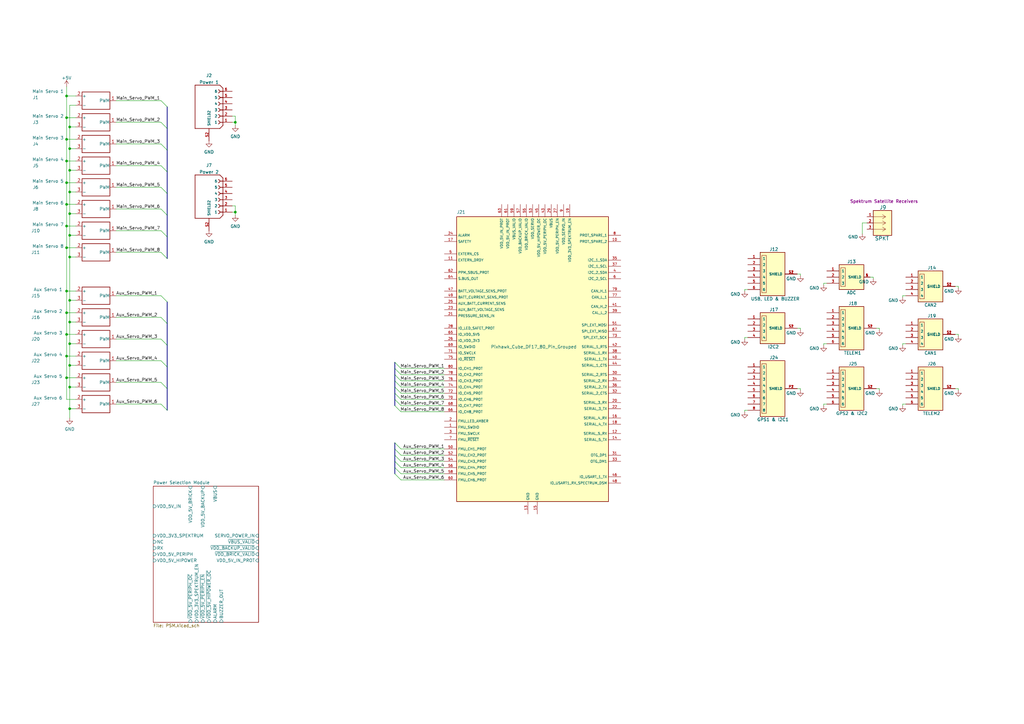
<source format=kicad_sch>
(kicad_sch (version 20211123) (generator eeschema)
  (paper "A3")
  (lib_symbols
    (symbol "2022-11-05_21-49-56:S3B-ZR-SM4A-TFLFSN" (pin_names (offset 0.254) hide)
      (property "Reference" "J" (at 8.89 6.35 0))
      (property "Value" "S3B-ZR-SM4A-TFLFSN" (at 8.89 4.445 0))
      (symbol "S3B-ZR-SM4A-TFLFSN_1_1"
        (pin bidirectional line (at 2.54 0 0) (length 2.54) (name "1") (number "1"))
        (pin bidirectional line (at 2.54 -2.54 0) (length 2.54) (name "2") (number "2"))
        (pin bidirectional line (at 2.54 -5.08 0) (length 2.54) (name "3") (number "3"))
      )
    )
    (symbol "BM03B-GHS-TBT_LF__SN__N_:BM03B-GHS-TBT(LF)(SN)(N)" (pin_names (offset 1.016))
      (property "Reference" "J" (at 3.175 8.255 0))
      (property "Value" "BM03B-GHS-TBT(LF)(SN)(N)" (at -3.81 -5.08 0))
      (symbol "BM03B-GHS-TBT(LF)(SN)(N)_0_0"
        (pin passive line (at -8.255 5.08 0) (length 5.08) (name "1") (number "1"))
        (pin passive line (at -8.255 2.54 0) (length 5.08) (name "2") (number "2"))
        (pin passive line (at -8.255 0 0) (length 5.08) (name "3") (number "3"))
        (pin passive line (at 9.525 2.54 180) (length 2.54) (name "SHIELD") (number "4"))
        (pin passive line (at 9.525 2.54 180) (length 2.54) (name "SHIELD") (number "5"))
      )
    )
    (symbol "BM04B-GHS-TBT(LF)(SN)(N)_2" (pin_names (offset 1.016))
      (property "Reference" "J" (at -5.08 7.62 0))
      (property "Value" "BM04B-GHS-TBT(LF)(SN)(N)_2" (at -5.08 -12.7 0))
      (symbol "BM04B-GHS-TBT(LF)(SN)(N)_2_0_0"
        (pin passive line (at -10.16 5.08 0) (length 5.08) (name "1") (number "1"))
        (pin passive line (at -10.16 2.54 0) (length 5.08) (name "2") (number "2"))
        (pin passive line (at -10.16 0 0) (length 5.08) (name "3") (number "3"))
        (pin passive line (at -10.16 -2.54 0) (length 5.08) (name "4") (number "4"))
        (pin passive line (at 10.16 1.27 180) (length 5.08) (name "SHIELD") (number "S1"))
        (pin passive line (at 10.16 1.27 180) (length 5.08) (name "SHIELD") (number "S2"))
      )
    )
    (symbol "BM04B-GHS-TBT_LF__SN__N_:BM04B-GHS-TBT(LF)(SN)(N)" (pin_names (offset 1.016))
      (property "Reference" "J" (at -5.08 7.62 0))
      (property "Value" "BM04B-GHS-TBT(LF)(SN)(N)" (at -5.08 -12.7 0))
      (symbol "BM04B-GHS-TBT(LF)(SN)(N)_0_0"
        (pin passive line (at -10.16 5.08 0) (length 5.08) (name "1") (number "1"))
        (pin passive line (at -10.16 2.54 0) (length 5.08) (name "2") (number "2"))
        (pin passive line (at -10.16 0 0) (length 5.08) (name "3") (number "3"))
        (pin passive line (at -10.16 -2.54 0) (length 5.08) (name "4") (number "4"))
        (pin passive line (at 10.16 1.27 180) (length 5.08) (name "SHIELD") (number "S1"))
        (pin passive line (at 10.16 1.27 180) (length 5.08) (name "SHIELD") (number "S2"))
      )
    )
    (symbol "BM06B-GHS-TBT(LF)(SN)(N)_1" (pin_names (offset 1.016))
      (property "Reference" "J" (at -5.08 10.16 0))
      (property "Value" "BM06B-GHS-TBT(LF)(SN)(N)_1" (at -5.08 -15.24 0))
      (symbol "BM06B-GHS-TBT(LF)(SN)(N)_1_0_0"
        (pin passive line (at -10.16 7.62 0) (length 5.08) (name "1") (number "1"))
        (pin passive line (at -10.16 5.08 0) (length 5.08) (name "2") (number "2"))
        (pin passive line (at -10.16 2.54 0) (length 5.08) (name "3") (number "3"))
        (pin passive line (at -10.16 0 0) (length 5.08) (name "4") (number "4"))
        (pin passive line (at -10.16 -2.54 0) (length 5.08) (name "5") (number "5"))
        (pin passive line (at -10.16 -5.08 0) (length 5.08) (name "6") (number "6"))
        (pin passive line (at 10.16 1.27 180) (length 5.08) (name "SHIELD") (number "S1"))
        (pin passive line (at 10.16 1.27 180) (length 5.08) (name "SHIELD") (number "S2"))
      )
    )
    (symbol "BM06B-GHS-TBT(LF)(SN)(N)_2" (pin_names (offset 1.016))
      (property "Reference" "J" (at -5.08 10.16 0))
      (property "Value" "BM06B-GHS-TBT(LF)(SN)(N)_2" (at -5.08 -15.24 0))
      (symbol "BM06B-GHS-TBT(LF)(SN)(N)_2_0_0"
        (pin passive line (at -10.16 7.62 0) (length 5.08) (name "1") (number "1"))
        (pin passive line (at -10.16 5.08 0) (length 5.08) (name "2") (number "2"))
        (pin passive line (at -10.16 2.54 0) (length 5.08) (name "3") (number "3"))
        (pin passive line (at -10.16 0 0) (length 5.08) (name "4") (number "4"))
        (pin passive line (at -10.16 -2.54 0) (length 5.08) (name "5") (number "5"))
        (pin passive line (at -10.16 -5.08 0) (length 5.08) (name "6") (number "6"))
        (pin passive line (at 10.16 1.27 180) (length 5.08) (name "SHIELD") (number "S1"))
        (pin passive line (at 10.16 1.27 180) (length 5.08) (name "SHIELD") (number "S2"))
      )
    )
    (symbol "BM06B-GHS-TBT(LF)(SN)(N)_3" (pin_names (offset 1.016))
      (property "Reference" "J" (at -5.08 10.16 0))
      (property "Value" "BM06B-GHS-TBT(LF)(SN)(N)_3" (at -5.08 -15.24 0))
      (symbol "BM06B-GHS-TBT(LF)(SN)(N)_3_0_0"
        (pin passive line (at -10.16 7.62 0) (length 5.08) (name "1") (number "1"))
        (pin passive line (at -10.16 5.08 0) (length 5.08) (name "2") (number "2"))
        (pin passive line (at -10.16 2.54 0) (length 5.08) (name "3") (number "3"))
        (pin passive line (at -10.16 0 0) (length 5.08) (name "4") (number "4"))
        (pin passive line (at -10.16 -2.54 0) (length 5.08) (name "5") (number "5"))
        (pin passive line (at -10.16 -5.08 0) (length 5.08) (name "6") (number "6"))
        (pin passive line (at 10.16 1.27 180) (length 5.08) (name "SHIELD") (number "S1"))
        (pin passive line (at 10.16 1.27 180) (length 5.08) (name "SHIELD") (number "S2"))
      )
    )
    (symbol "BM06B-GHS-TBT_LF__SN__N_:BM06B-GHS-TBT(LF)(SN)(N)" (pin_names (offset 1.016))
      (property "Reference" "J" (at -5.08 10.16 0))
      (property "Value" "BM06B-GHS-TBT(LF)(SN)(N)" (at -5.08 -15.24 0))
      (symbol "BM06B-GHS-TBT(LF)(SN)(N)_0_0"
        (pin passive line (at -10.16 7.62 0) (length 5.08) (name "1") (number "1"))
        (pin passive line (at -10.16 5.08 0) (length 5.08) (name "2") (number "2"))
        (pin passive line (at -10.16 2.54 0) (length 5.08) (name "3") (number "3"))
        (pin passive line (at -10.16 0 0) (length 5.08) (name "4") (number "4"))
        (pin passive line (at -10.16 -2.54 0) (length 5.08) (name "5") (number "5"))
        (pin passive line (at -10.16 -5.08 0) (length 5.08) (name "6") (number "6"))
        (pin passive line (at 10.16 1.27 180) (length 5.08) (name "SHIELD") (number "S1"))
        (pin passive line (at 10.16 1.27 180) (length 5.08) (name "SHIELD") (number "S2"))
      )
    )
    (symbol "BM08B-GHS-TBT_LF__SN__N_:BM08B-GHS-TBT(LF)(SN)(N)" (pin_names (offset 1.016))
      (property "Reference" "J" (at -5.08 13.2588 0))
      (property "Value" "BM08B-GHS-TBT(LF)(SN)(N)" (at -5.08 -15.2908 0))
      (symbol "BM08B-GHS-TBT(LF)(SN)(N)_0_0"
        (pin passive line (at -10.16 10.16 0) (length 5.08) (name "1") (number "1"))
        (pin passive line (at -10.16 7.62 0) (length 5.08) (name "2") (number "2"))
        (pin passive line (at -10.16 5.08 0) (length 5.08) (name "3") (number "3"))
        (pin passive line (at -10.16 2.54 0) (length 5.08) (name "4") (number "4"))
        (pin passive line (at -10.16 0 0) (length 5.08) (name "5") (number "5"))
        (pin passive line (at -10.16 -2.54 0) (length 5.08) (name "6") (number "6"))
        (pin passive line (at -10.16 -5.08 0) (length 5.08) (name "7") (number "7"))
        (pin passive line (at -10.16 -7.62 0) (length 5.08) (name "8") (number "8"))
        (pin passive line (at 10.16 1.27 180) (length 5.08) (name "SHIELD") (number "P1"))
        (pin passive line (at 10.16 1.27 180) (length 5.08) (name "SHIELD") (number "P2"))
      )
    )
    (symbol "CubeCarrierBoard:6-Pin_Clik-Mate_F" (pin_names (offset 1.016))
      (property "Reference" "J?" (at 0 13.97 0))
      (property "Value" "6-Pin_Clik-Mate_F" (at -0.635 16.51 0))
      (symbol "6-Pin_Clik-Mate_F_0_0"
        (pin passive line (at 9.525 -2.54 180) (length 5.08) (name "1") (number "1"))
        (pin passive line (at 9.525 0 180) (length 5.08) (name "2") (number "2"))
        (pin passive line (at 9.525 2.54 180) (length 5.08) (name "3") (number "3"))
        (pin passive line (at 9.525 5.08 180) (length 5.08) (name "4") (number "4"))
        (pin passive line (at 9.525 7.62 180) (length 5.08) (name "5") (number "5"))
        (pin passive line (at 9.525 10.16 180) (length 5.08) (name "6") (number "6"))
        (pin passive line (at 0 -10.16 90) (length 5.08) (name "SHIELD2") (number "S2"))
      )
    )
    (symbol "CubeCarrierBoard:Motor_Servo_Futaba_J" (pin_names (offset 0.0254))
      (property "Reference" "J?" (at -18.415 0 0))
      (property "Value" "Main Servo 1" (at -13.335 -2.54 0))
      (symbol "Motor_Servo_Futaba_J_1_1"
        (pin passive line (at -7.62 0 0) (length 2.54) (name "PWM") (number "1"))
        (pin passive line (at 8.89 -1.905 180) (length 2.54) (name "+") (number "2"))
        (pin passive line (at 8.89 1.905 180) (length 2.54) (name "-") (number "3"))
      )
    )
    (symbol "CubeCarrierBoard:Pixhawk_Cube_DF17_80_Pin_Grouped"
      (property "Reference" "J?" (at -31.115 55.245 0))
      (property "Value" "Pixhawk_Cube_DF17_80_Pin_Grouped" (at -17.145 0 0))
      (symbol "Pixhawk_Cube_DF17_80_Pin_Grouped_0_0"
        (text "" (at 17.78 72.39 0) (effects (font (size 1.27 1.27))))
        (pin bidirectional line (at -36.195 -33.02 0) (length 5.08) (name "FMU_SWDIO") (number "1"))
        (pin unspecified line (at 36.195 43.18 180) (length 5.08) (name "PROT_SPARE_2") (number "10"))
        (pin input line (at -36.195 35.56 0) (length 5.08) (name "EXTERN_DRDY") (number "11"))
        (pin input line (at 36.195 -35.56 180) (length 5.08) (name "SERIAL_5_RX") (number "12"))
        (pin power_in line (at -1.905 -68.58 90) (length 5.08) (name "GND") (number "13"))
        (pin output line (at 36.195 -38.1 180) (length 5.08) (name "SERIAL_5_TX") (number "14"))
        (pin power_in line (at 1.905 -68.58 90) (length 5.08) (name "GND") (number "15"))
        (pin input line (at 36.195 -29.21 180) (length 5.08) (name "SERIAL_4_RX") (number "16"))
        (pin unspecified line (at -36.195 43.18 0) (length 5.08) (name "SAFETY") (number "17"))
        (pin output line (at 36.195 -31.75 180) (length 5.08) (name "SERIAL_4_TX") (number "18"))
        (pin output line (at 15.24 58.42 270) (length 5.08) (name "VDD_3V3_SPEKTRUM_EN") (number "19"))
        (pin output line (at -36.195 -30.48 0) (length 5.08) (name "FMU_LED_AMBER") (number "2"))
        (pin input line (at 36.195 -22.86 180) (length 5.08) (name "SERIAL_3_RX") (number "20"))
        (pin input line (at -36.195 12.7 0) (length 5.08) (name "PRESSURE_SENS_IN") (number "21"))
        (pin output line (at 36.195 -25.4 180) (length 5.08) (name "SERIAL_3_TX") (number "22"))
        (pin input line (at -36.195 15.24 0) (length 5.08) (name "AUX_BATT_VOLTAGE_SENS") (number "23"))
        (pin output line (at -36.195 45.72 0) (length 5.08) (name "ALARM") (number "24"))
        (pin input line (at -36.195 17.78 0) (length 5.08) (name "AUX_BATT_CURRENT_SENS") (number "25"))
        (pin input line (at -36.195 2.54 0) (length 5.08) (name "IO_VDD_3V3") (number "26"))
        (pin output line (at 10.16 58.42 270) (length 5.08) (name "VDD_5V_PERIPH_EN") (number "27"))
        (pin output line (at -36.195 7.62 0) (length 5.08) (name "IO_LED_SAFET_PROT") (number "28"))
        (pin input line (at 7.62 58.42 270) (length 5.08) (name "VBUS") (number "29"))
        (pin output line (at -36.195 -35.56 0) (length 5.08) (name "FMU_SWCLK") (number "3"))
        (pin bidirectional line (at 36.195 -11.43 180) (length 5.08) (name "SERIAL_2_RTS") (number "30"))
        (pin bidirectional line (at 36.195 -44.45 180) (length 5.08) (name "OTG_DP1") (number "31"))
        (pin bidirectional line (at 36.195 -19.05 180) (length 5.08) (name "SERIAL_2_CTS") (number "32"))
        (pin bidirectional line (at 36.195 -46.99 180) (length 5.08) (name "OTG_DM1") (number "33"))
        (pin input line (at 36.195 -13.97 180) (length 5.08) (name "SERIAL_2_RX") (number "34"))
        (pin bidirectional line (at 36.195 35.56 180) (length 5.08) (name "I2C_1_SDA") (number "35"))
        (pin output line (at 36.195 -16.51 180) (length 5.08) (name "SERIAL_2_TX") (number "36"))
        (pin output line (at 36.195 33.02 180) (length 5.08) (name "I2C_1_SCL") (number "37"))
        (pin input line (at 36.195 -2.54 180) (length 5.08) (name "SERIAL_1_RX") (number "38"))
        (pin bidirectional line (at 36.195 13.97 180) (length 5.08) (name "CAL_L_2") (number "39"))
        (pin bidirectional line (at 36.195 30.48 180) (length 5.08) (name "I2C_2_SDA") (number "4"))
        (pin output line (at 36.195 -5.08 180) (length 5.08) (name "SERIAL_1_TX") (number "40"))
        (pin bidirectional line (at 36.195 16.51 180) (length 5.08) (name "CAN_H_2") (number "41"))
        (pin bidirectional line (at 36.195 0 180) (length 5.08) (name "SERIAL_1_RTS") (number "42"))
        (pin input line (at 5.08 58.42 270) (length 5.08) (name "VDD_5V_PERIPH_OC") (number "43"))
        (pin bidirectional line (at 36.195 -7.62 180) (length 5.08) (name "SERIAL_1_CTS") (number "44"))
        (pin input line (at 2.54 58.42 270) (length 5.08) (name "VDD_5V_HIPOWER_OC") (number "45"))
        (pin output line (at 36.195 -53.34 180) (length 5.08) (name "IO_USART_1_TX") (number "46"))
        (pin input line (at -36.195 22.86 0) (length 5.08) (name "BATT_VOLTAGE_SENS_PROT") (number "47"))
        (pin output line (at 36.195 -55.88 180) (length 5.08) (name "IO_USART1_RX_SPECTRUM_DSM") (number "48"))
        (pin input line (at -36.195 20.32 0) (length 5.08) (name "BATT_CURRENT_SENS_PROT") (number "49"))
        (pin output line (at -36.195 38.1 0) (length 5.08) (name "EXTERN_CS") (number "5"))
        (pin output line (at -36.195 -41.91 0) (length 5.08) (name "FMU_CH1_PROT") (number "50"))
        (pin output line (at 36.195 8.89 180) (length 5.08) (name "SPI_EXT_MOSI") (number "51"))
        (pin output line (at -36.195 -44.45 0) (length 5.08) (name "FMU_CH2_PROT") (number "52"))
        (pin input line (at 0 58.42 270) (length 5.08) (name "VDD_SERVO") (number "53"))
        (pin output line (at -36.195 -46.99 0) (length 5.08) (name "FMU_CH3_PROT") (number "54"))
        (pin input line (at -2.54 58.42 270) (length 5.08) (name "VDD_BRICK_VALID") (number "55"))
        (pin output line (at -36.195 -49.53 0) (length 5.08) (name "FMU_CH4_PROT") (number "56"))
        (pin input line (at -5.08 58.42 270) (length 5.08) (name "VDD_BACKUP_VALID") (number "57"))
        (pin output line (at -36.195 -52.07 0) (length 5.08) (name "FMU_CH5_PROT") (number "58"))
        (pin input line (at -7.62 58.42 270) (length 5.08) (name "VBUS_VALID") (number "59"))
        (pin output line (at 36.195 27.94 180) (length 5.08) (name "I2C_2_SCL") (number "6"))
        (pin output line (at -36.195 -54.61 0) (length 5.08) (name "FMU_CH6_PROT") (number "60"))
        (pin input line (at -10.16 58.42 270) (length 5.08) (name "VDD_5V_IN_PROT") (number "61"))
        (pin input line (at -36.195 30.48 0) (length 5.08) (name "PPM_SBUS_PROT") (number "62"))
        (pin input line (at -12.7 58.42 270) (length 5.08) (name "VDD_5V_IN_PROT") (number "63"))
        (pin output line (at -36.195 27.94 0) (length 5.08) (name "S.BUS_OUT") (number "64"))
        (pin output line (at -36.195 5.08 0) (length 5.08) (name "IO_VDD_5V5") (number "65"))
        (pin output line (at -36.195 -26.67 0) (length 5.08) (name "IO_CH8_PROT") (number "66"))
        (pin input line (at 36.195 6.35 180) (length 5.08) (name "SPI_EXT_MISO") (number "67"))
        (pin output line (at -36.195 -24.13 0) (length 5.08) (name "IO_CH7_PROT") (number "68"))
        (pin bidirectional line (at -36.195 0 0) (length 5.08) (name "IO_SWDIO") (number "69"))
        (pin input line (at -36.195 -38.1 0) (length 5.08) (name "FMU_~{RESET}") (number "7"))
        (pin output line (at -36.195 -21.59 0) (length 5.08) (name "IO_CH6_PROT") (number "70"))
        (pin output line (at -36.195 -2.54 0) (length 5.08) (name "IO_SWCLK") (number "71"))
        (pin output line (at -36.195 -19.05 0) (length 5.08) (name "IO_CH5_PROT") (number "72"))
        (pin output line (at 36.195 3.81 180) (length 5.08) (name "SPI_EXT_SCK") (number "73"))
        (pin output line (at -36.195 -16.51 0) (length 5.08) (name "IO_CH4_PROT") (number "74"))
        (pin passive line (at -36.195 -5.08 0) (length 5.08) (name "IO_~{RESET}") (number "75"))
        (pin output line (at -36.195 -13.97 0) (length 5.08) (name "IO_CH3_PROT") (number "76"))
        (pin bidirectional line (at 36.195 20.32 180) (length 5.08) (name "CAN_L_1") (number "77"))
        (pin output line (at -36.195 -11.43 0) (length 5.08) (name "IO_CH2_PROT") (number "78"))
        (pin bidirectional line (at 36.195 22.86 180) (length 5.08) (name "CAN_H_1") (number "79"))
        (pin unspecified line (at 36.195 45.72 180) (length 5.08) (name "PROT_SPARE_1") (number "8"))
        (pin output line (at -36.195 -8.89 0) (length 5.08) (name "IO_CH1_PROT") (number "80"))
        (pin input line (at 12.7 58.42 270) (length 5.08) (name "VDD_SERVO_IN") (number "9"))
      )
    )
    (symbol "Motor_Servo_Futaba_J_1" (pin_names (offset 0.0254))
      (property "Reference" "J?" (at -18.415 0 0))
      (property "Value" "Motor_Servo_Futaba_J_1" (at -13.335 -2.54 0))
      (symbol "Motor_Servo_Futaba_J_1_1_1"
        (pin passive line (at -7.62 0 0) (length 2.54) (name "PWM") (number "1"))
        (pin passive line (at 8.89 -1.905 180) (length 2.54) (name "+") (number "2"))
        (pin passive line (at 8.89 1.905 180) (length 2.54) (name "-") (number "3"))
      )
    )
    (symbol "Motor_Servo_Futaba_J_10" (pin_names (offset 0.0254))
      (property "Reference" "J?" (at -18.415 0 0))
      (property "Value" "Motor_Servo_Futaba_J_10" (at -13.335 -2.54 0))
      (symbol "Motor_Servo_Futaba_J_10_1_1"
        (pin passive line (at -7.62 0 0) (length 2.54) (name "PWM") (number "1"))
        (pin passive line (at 8.89 -1.905 180) (length 2.54) (name "+") (number "2"))
        (pin passive line (at 8.89 1.905 180) (length 2.54) (name "-") (number "3"))
      )
    )
    (symbol "Motor_Servo_Futaba_J_2" (pin_names (offset 0.0254))
      (property "Reference" "J?" (at -18.415 0 0))
      (property "Value" "Motor_Servo_Futaba_J_2" (at -13.335 -2.54 0))
      (symbol "Motor_Servo_Futaba_J_2_1_1"
        (pin passive line (at -7.62 0 0) (length 2.54) (name "PWM") (number "1"))
        (pin passive line (at 8.89 -1.905 180) (length 2.54) (name "+") (number "2"))
        (pin passive line (at 8.89 1.905 180) (length 2.54) (name "-") (number "3"))
      )
    )
    (symbol "Motor_Servo_Futaba_J_3" (pin_names (offset 0.0254))
      (property "Reference" "J?" (at -18.415 0 0))
      (property "Value" "Motor_Servo_Futaba_J_3" (at -13.335 -2.54 0))
      (symbol "Motor_Servo_Futaba_J_3_1_1"
        (pin passive line (at -7.62 0 0) (length 2.54) (name "PWM") (number "1"))
        (pin passive line (at 8.89 -1.905 180) (length 2.54) (name "+") (number "2"))
        (pin passive line (at 8.89 1.905 180) (length 2.54) (name "-") (number "3"))
      )
    )
    (symbol "Motor_Servo_Futaba_J_4" (pin_names (offset 0.0254))
      (property "Reference" "J?" (at -18.415 0 0))
      (property "Value" "Motor_Servo_Futaba_J_4" (at -13.335 -2.54 0))
      (symbol "Motor_Servo_Futaba_J_4_1_1"
        (pin passive line (at -7.62 0 0) (length 2.54) (name "PWM") (number "1"))
        (pin passive line (at 8.89 -1.905 180) (length 2.54) (name "+") (number "2"))
        (pin passive line (at 8.89 1.905 180) (length 2.54) (name "-") (number "3"))
      )
    )
    (symbol "Motor_Servo_Futaba_J_5" (pin_names (offset 0.0254))
      (property "Reference" "J?" (at -18.415 0 0))
      (property "Value" "Motor_Servo_Futaba_J_5" (at -13.335 -2.54 0))
      (symbol "Motor_Servo_Futaba_J_5_1_1"
        (pin passive line (at -7.62 0 0) (length 2.54) (name "PWM") (number "1"))
        (pin passive line (at 8.89 -1.905 180) (length 2.54) (name "+") (number "2"))
        (pin passive line (at 8.89 1.905 180) (length 2.54) (name "-") (number "3"))
      )
    )
    (symbol "Motor_Servo_Futaba_J_6" (pin_names (offset 0.0254))
      (property "Reference" "J?" (at -18.415 0 0))
      (property "Value" "Motor_Servo_Futaba_J_6" (at -13.335 -2.54 0))
      (symbol "Motor_Servo_Futaba_J_6_1_1"
        (pin passive line (at -7.62 0 0) (length 2.54) (name "PWM") (number "1"))
        (pin passive line (at 8.89 -1.905 180) (length 2.54) (name "+") (number "2"))
        (pin passive line (at 8.89 1.905 180) (length 2.54) (name "-") (number "3"))
      )
    )
    (symbol "Motor_Servo_Futaba_J_7" (pin_names (offset 0.0254))
      (property "Reference" "J?" (at -18.415 0 0))
      (property "Value" "Motor_Servo_Futaba_J_7" (at -13.335 -2.54 0))
      (symbol "Motor_Servo_Futaba_J_7_1_1"
        (pin passive line (at -7.62 0 0) (length 2.54) (name "PWM") (number "1"))
        (pin passive line (at 8.89 -1.905 180) (length 2.54) (name "+") (number "2"))
        (pin passive line (at 8.89 1.905 180) (length 2.54) (name "-") (number "3"))
      )
    )
    (symbol "Motor_Servo_Futaba_J_8" (pin_names (offset 0.0254))
      (property "Reference" "J?" (at -18.415 0 0))
      (property "Value" "Motor_Servo_Futaba_J_8" (at -13.335 -2.54 0))
      (symbol "Motor_Servo_Futaba_J_8_1_1"
        (pin passive line (at -7.62 0 0) (length 2.54) (name "PWM") (number "1"))
        (pin passive line (at 8.89 -1.905 180) (length 2.54) (name "+") (number "2"))
        (pin passive line (at 8.89 1.905 180) (length 2.54) (name "-") (number "3"))
      )
    )
    (symbol "Motor_Servo_Futaba_J_9" (pin_names (offset 0.0254))
      (property "Reference" "J?" (at -18.415 0 0))
      (property "Value" "Motor_Servo_Futaba_J_9" (at -13.335 -2.54 0))
      (symbol "Motor_Servo_Futaba_J_9_1_1"
        (pin passive line (at -7.62 0 0) (length 2.54) (name "PWM") (number "1"))
        (pin passive line (at 8.89 -1.905 180) (length 2.54) (name "+") (number "2"))
        (pin passive line (at 8.89 1.905 180) (length 2.54) (name "-") (number "3"))
      )
    )
    (symbol "power:+5V" (power) (pin_names (offset 0))
      (property "Value" "+5V" (at 0 3.556 0))
      (symbol "+5V_1_1"
        (pin power_in line (at 0 0 90) (length 0) hide (name "+5V") (number "1"))
      )
    )
    (symbol "power:GND" (power) (pin_names (offset 0))
      (property "Value" "GND" (at 0 -3.81 0))
      (symbol "GND_1_1"
        (pin power_in line (at 0 0 270) (length 0) hide (name "GND") (number "1"))
      )
    )
  )
  (junction (at 28.575 158.75))
  (junction (at 28.575 149.86))
  (junction (at 27.305 74.93))
  (junction (at 27.305 137.16))
  (junction (at 28.575 167.64))
  (junction (at 28.575 52.07))
  (junction (at 27.305 39.37))
  (junction (at 27.305 83.82))
  (junction (at 28.575 105.41))
  (junction (at 96.52 86.995))
  (junction (at 96.52 50.165))
  (junction (at 27.305 128.27))
  (junction (at 28.575 96.52))
  (junction (at 27.305 92.71))
  (junction (at 27.305 57.15))
  (junction (at 28.575 87.63))
  (junction (at 28.575 60.96))
  (junction (at 27.305 101.6))
  (junction (at 28.575 69.85))
  (junction (at 27.305 119.38))
  (junction (at 28.575 140.97))
  (junction (at 27.305 66.04))
  (junction (at 28.575 132.08))
  (junction (at 27.305 48.26))
  (junction (at 28.575 78.74))
  (junction (at 27.305 146.05))
  (junction (at 28.575 123.19))
  (junction (at 27.305 154.94))
  (bus_entry (at 66.04 139.065) (size 2.54 2.54))
  (bus_entry (at 66.04 156.845) (size 2.54 2.54))
  (bus_entry (at 164.465 196.85) (size -2.54 -2.54))
  (bus_entry (at 66.04 130.175) (size 2.54 2.54))
  (bus_entry (at 66.04 165.735) (size 2.54 2.54))
  (bus_entry (at 164.465 184.15) (size -2.54 -2.54))
  (bus_entry (at 164.465 191.77) (size -2.54 -2.54))
  (bus_entry (at 164.465 151.13) (size -2.54 -2.54))
  (bus_entry (at 164.465 153.67) (size -2.54 -2.54))
  (bus_entry (at 164.465 156.21) (size -2.54 -2.54))
  (bus_entry (at 164.465 158.75) (size -2.54 -2.54))
  (bus_entry (at 164.465 161.29) (size -2.54 -2.54))
  (bus_entry (at 164.465 163.83) (size -2.54 -2.54))
  (bus_entry (at 164.465 166.37) (size -2.54 -2.54))
  (bus_entry (at 164.465 168.91) (size -2.54 -2.54))
  (bus_entry (at 164.465 189.23) (size -2.54 -2.54))
  (bus_entry (at 164.465 186.69) (size -2.54 -2.54))
  (bus_entry (at 66.04 67.945) (size 2.54 2.54))
  (bus_entry (at 66.04 85.725) (size 2.54 2.54))
  (bus_entry (at 66.04 121.285) (size 2.54 2.54))
  (bus_entry (at 66.04 76.835) (size 2.54 2.54))
  (bus_entry (at 66.04 94.615) (size 2.54 2.54))
  (bus_entry (at 66.04 103.505) (size 2.54 2.54))
  (bus_entry (at 66.04 41.275) (size 2.54 2.54))
  (bus_entry (at 66.04 50.165) (size 2.54 2.54))
  (bus_entry (at 66.04 59.055) (size 2.54 2.54))
  (bus_entry (at 164.465 194.31) (size -2.54 -2.54))
  (bus_entry (at 66.04 147.955) (size 2.54 2.54))
  (wire (pts (xy 359.41 134.62) (xy 360.68 134.62)))
  (wire (pts (xy 47.625 50.165) (xy 66.04 50.165)))
  (wire (pts (xy 305.435 119.38) (xy 305.435 118.745)))
  (wire (pts (xy 327.025 112.395) (xy 328.295 112.395)))
  (bus (pts (xy 161.925 161.29) (xy 161.925 163.83)))
  (wire (pts (xy 47.625 121.285) (xy 66.04 121.285)))
  (wire (pts (xy 28.575 105.41) (xy 28.575 96.52)))
  (wire (pts (xy 27.305 92.71) (xy 31.115 92.71)))
  (wire (pts (xy 164.465 168.91) (xy 182.245 168.91)))
  (wire (pts (xy 164.465 196.85) (xy 182.245 196.85)))
  (wire (pts (xy 164.465 194.31) (xy 182.245 194.31)))
  (wire (pts (xy 28.575 158.75) (xy 31.115 158.75)))
  (wire (pts (xy 28.575 140.97) (xy 28.575 132.08)))
  (wire (pts (xy 28.575 132.08) (xy 28.575 123.19)))
  (wire (pts (xy 305.435 138.43) (xy 305.435 139.065)))
  (wire (pts (xy 27.305 101.6) (xy 31.115 101.6)))
  (wire (pts (xy 28.575 167.64) (xy 31.115 167.64)))
  (wire (pts (xy 28.575 52.07) (xy 31.115 52.07)))
  (wire (pts (xy 28.575 60.96) (xy 28.575 52.07)))
  (bus (pts (xy 68.58 52.705) (xy 68.58 61.595)))
  (wire (pts (xy 337.82 140.97) (xy 337.82 141.605)))
  (wire (pts (xy 371.475 140.97) (xy 370.205 140.97)))
  (wire (pts (xy 95.25 50.165) (xy 96.52 50.165)))
  (wire (pts (xy 28.575 167.64) (xy 28.575 158.75)))
  (bus (pts (xy 68.58 132.715) (xy 68.58 141.605)))
  (wire (pts (xy 371.475 165.735) (xy 370.205 165.735)))
  (wire (pts (xy 370.205 121.285) (xy 370.205 121.92)))
  (wire (pts (xy 28.575 149.86) (xy 28.575 140.97)))
  (wire (pts (xy 47.625 147.955) (xy 66.04 147.955)))
  (wire (pts (xy 337.82 165.735) (xy 337.82 166.37)))
  (wire (pts (xy 28.575 171.45) (xy 28.575 167.64)))
  (wire (pts (xy 164.465 153.67) (xy 182.245 153.67)))
  (wire (pts (xy 164.465 186.69) (xy 182.245 186.69)))
  (bus (pts (xy 68.58 159.385) (xy 68.58 168.275)))
  (wire (pts (xy 28.575 43.18) (xy 31.115 43.18)))
  (wire (pts (xy 28.575 158.75) (xy 28.575 149.86)))
  (bus (pts (xy 161.925 189.23) (xy 161.925 191.77)))
  (wire (pts (xy 47.625 76.835) (xy 66.04 76.835)))
  (wire (pts (xy 359.41 159.385) (xy 360.68 159.385)))
  (wire (pts (xy 27.305 163.83) (xy 27.305 154.94)))
  (wire (pts (xy 337.82 116.205) (xy 337.82 116.84)))
  (wire (pts (xy 339.09 165.735) (xy 337.82 165.735)))
  (bus (pts (xy 161.925 181.61) (xy 161.925 184.15)))
  (wire (pts (xy 370.205 140.97) (xy 370.205 141.605)))
  (wire (pts (xy 339.09 140.97) (xy 337.82 140.97)))
  (wire (pts (xy 391.795 117.475) (xy 393.065 117.475)))
  (wire (pts (xy 47.625 156.845) (xy 66.04 156.845)))
  (wire (pts (xy 164.465 184.15) (xy 182.245 184.15)))
  (wire (pts (xy 28.575 96.52) (xy 28.575 87.63)))
  (wire (pts (xy 47.625 41.275) (xy 66.04 41.275)))
  (bus (pts (xy 161.925 191.77) (xy 161.925 194.31)))
  (wire (pts (xy 47.625 130.175) (xy 66.04 130.175)))
  (bus (pts (xy 161.925 186.69) (xy 161.925 189.23)))
  (wire (pts (xy 27.305 128.27) (xy 31.115 128.27)))
  (wire (pts (xy 164.465 156.21) (xy 182.245 156.21)))
  (wire (pts (xy 27.305 146.05) (xy 27.305 137.16)))
  (wire (pts (xy 328.295 135.255) (xy 328.295 134.62)))
  (wire (pts (xy 27.305 39.37) (xy 31.115 39.37)))
  (wire (pts (xy 28.575 87.63) (xy 28.575 78.74)))
  (wire (pts (xy 96.52 84.455) (xy 95.25 84.455)))
  (bus (pts (xy 161.925 156.21) (xy 161.925 158.75)))
  (wire (pts (xy 164.465 191.77) (xy 182.245 191.77)))
  (bus (pts (xy 161.925 158.75) (xy 161.925 161.29)))
  (wire (pts (xy 27.305 154.94) (xy 31.115 154.94)))
  (wire (pts (xy 339.09 116.205) (xy 337.82 116.205)))
  (wire (pts (xy 393.065 137.795) (xy 393.065 137.16)))
  (wire (pts (xy 27.305 35.56) (xy 27.305 39.37)))
  (wire (pts (xy 27.305 154.94) (xy 27.305 146.05)))
  (wire (pts (xy 28.575 96.52) (xy 31.115 96.52)))
  (bus (pts (xy 161.925 151.13) (xy 161.925 153.67)))
  (wire (pts (xy 27.305 163.83) (xy 31.115 163.83)))
  (wire (pts (xy 164.465 189.23) (xy 182.245 189.23)))
  (wire (pts (xy 96.52 88.265) (xy 96.52 86.995)))
  (bus (pts (xy 68.58 150.495) (xy 68.58 159.385)))
  (wire (pts (xy 47.625 59.055) (xy 66.04 59.055)))
  (wire (pts (xy 96.52 51.435) (xy 96.52 50.165)))
  (wire (pts (xy 27.305 48.26) (xy 27.305 39.37)))
  (wire (pts (xy 27.305 66.04) (xy 31.115 66.04)))
  (wire (pts (xy 164.465 163.83) (xy 182.245 163.83)))
  (wire (pts (xy 47.625 165.735) (xy 66.04 165.735)))
  (wire (pts (xy 47.625 67.945) (xy 66.04 67.945)))
  (bus (pts (xy 161.925 184.15) (xy 161.925 186.69)))
  (bus (pts (xy 68.58 61.595) (xy 68.58 70.485)))
  (wire (pts (xy 164.465 161.29) (xy 182.245 161.29)))
  (wire (pts (xy 305.435 168.275) (xy 305.435 168.91)))
  (bus (pts (xy 161.925 163.83) (xy 161.925 166.37)))
  (wire (pts (xy 358.14 114.3) (xy 358.14 113.665)))
  (wire (pts (xy 27.305 83.82) (xy 27.305 74.93)))
  (wire (pts (xy 27.305 92.71) (xy 27.305 83.82)))
  (wire (pts (xy 47.625 85.725) (xy 66.04 85.725)))
  (wire (pts (xy 96.52 86.995) (xy 96.52 84.455)))
  (wire (pts (xy 27.305 74.93) (xy 27.305 66.04)))
  (wire (pts (xy 164.465 151.13) (xy 182.245 151.13)))
  (wire (pts (xy 96.52 47.625) (xy 95.25 47.625)))
  (wire (pts (xy 164.465 158.75) (xy 182.245 158.75)))
  (wire (pts (xy 353.695 95.885) (xy 353.695 91.44)))
  (wire (pts (xy 327.025 159.385) (xy 328.295 159.385)))
  (wire (pts (xy 391.795 137.16) (xy 393.065 137.16)))
  (wire (pts (xy 356.87 113.665) (xy 358.14 113.665)))
  (bus (pts (xy 68.58 79.375) (xy 68.58 88.265)))
  (wire (pts (xy 28.575 69.85) (xy 31.115 69.85)))
  (wire (pts (xy 28.575 52.07) (xy 28.575 43.18)))
  (wire (pts (xy 328.295 113.03) (xy 328.295 112.395)))
  (wire (pts (xy 27.305 48.26) (xy 31.115 48.26)))
  (bus (pts (xy 68.58 97.155) (xy 68.58 106.045)))
  (wire (pts (xy 27.305 101.6) (xy 27.305 92.71)))
  (bus (pts (xy 68.58 70.485) (xy 68.58 79.375)))
  (wire (pts (xy 328.295 160.02) (xy 328.295 159.385)))
  (wire (pts (xy 353.695 91.44) (xy 355.6 91.44)))
  (wire (pts (xy 27.305 128.27) (xy 27.305 119.38)))
  (bus (pts (xy 68.58 43.815) (xy 68.58 52.705)))
  (wire (pts (xy 371.475 121.285) (xy 370.205 121.285)))
  (wire (pts (xy 95.25 86.995) (xy 96.52 86.995)))
  (wire (pts (xy 27.305 83.82) (xy 31.115 83.82)))
  (wire (pts (xy 28.575 78.74) (xy 28.575 69.85)))
  (wire (pts (xy 305.435 118.745) (xy 306.705 118.745)))
  (wire (pts (xy 370.205 165.735) (xy 370.205 166.37)))
  (wire (pts (xy 28.575 78.74) (xy 31.115 78.74)))
  (wire (pts (xy 393.065 160.02) (xy 393.065 159.385)))
  (wire (pts (xy 27.305 57.15) (xy 27.305 48.26)))
  (wire (pts (xy 28.575 69.85) (xy 28.575 60.96)))
  (wire (pts (xy 28.575 149.86) (xy 31.115 149.86)))
  (wire (pts (xy 327.025 134.62) (xy 328.295 134.62)))
  (wire (pts (xy 27.305 146.05) (xy 31.115 146.05)))
  (wire (pts (xy 28.575 105.41) (xy 31.115 105.41)))
  (wire (pts (xy 27.305 119.38) (xy 27.305 101.6)))
  (bus (pts (xy 161.925 153.67) (xy 161.925 156.21)))
  (bus (pts (xy 68.58 88.265) (xy 68.58 97.155)))
  (bus (pts (xy 161.925 148.59) (xy 161.925 151.13)))
  (wire (pts (xy 391.795 159.385) (xy 393.065 159.385)))
  (wire (pts (xy 28.575 132.08) (xy 31.115 132.08)))
  (wire (pts (xy 306.705 138.43) (xy 305.435 138.43)))
  (bus (pts (xy 68.58 141.605) (xy 68.58 150.495)))
  (bus (pts (xy 68.58 123.825) (xy 68.58 132.715)))
  (wire (pts (xy 27.305 74.93) (xy 31.115 74.93)))
  (wire (pts (xy 28.575 87.63) (xy 31.115 87.63)))
  (wire (pts (xy 306.705 168.275) (xy 305.435 168.275)))
  (wire (pts (xy 27.305 137.16) (xy 27.305 128.27)))
  (wire (pts (xy 164.465 166.37) (xy 182.245 166.37)))
  (wire (pts (xy 27.305 66.04) (xy 27.305 57.15)))
  (wire (pts (xy 360.68 160.02) (xy 360.68 159.385)))
  (wire (pts (xy 47.625 139.065) (xy 66.04 139.065)))
  (wire (pts (xy 393.065 118.11) (xy 393.065 117.475)))
  (wire (pts (xy 27.305 57.15) (xy 31.115 57.15)))
  (wire (pts (xy 28.575 123.19) (xy 28.575 105.41)))
  (wire (pts (xy 47.625 94.615) (xy 66.04 94.615)))
  (wire (pts (xy 28.575 140.97) (xy 31.115 140.97)))
  (wire (pts (xy 28.575 123.19) (xy 31.115 123.19)))
  (wire (pts (xy 27.305 119.38) (xy 31.115 119.38)))
  (wire (pts (xy 27.305 137.16) (xy 31.115 137.16)))
  (wire (pts (xy 96.52 50.165) (xy 96.52 47.625)))
  (wire (pts (xy 28.575 60.96) (xy 31.115 60.96)))
  (wire (pts (xy 47.625 103.505) (xy 66.04 103.505)))
  (wire (pts (xy 360.68 135.255) (xy 360.68 134.62)))
  (label "Main_Servo_PWM_2" (at 47.625 50.165 0))
  (label "Aux_Servo_PWM_2" (at 182.245 186.69 180))
  (label "Main_Servo_PWM_2" (at 182.245 153.67 180))
  (label "Main_Servo_PWM_7" (at 47.625 94.615 0))
  (label "Aux_Servo_PWM_3" (at 182.245 189.23 180))
  (label "Main_Servo_PWM_8" (at 47.625 103.505 0))
  (label "Main_Servo_PWM_6" (at 47.625 85.725 0))
  (label "Aux_Servo_PWM_1" (at 47.625 121.285 0))
  (label "Main_Servo_PWM_3" (at 47.625 59.055 0))
  (label "Aux_Servo_PWM_6" (at 47.625 165.735 0))
  (label "Main_Servo_PWM_5" (at 47.625 76.835 0))
  (label "Main_Servo_PWM_6" (at 182.245 163.83 180))
  (label "Aux_Servo_PWM_4" (at 182.245 191.77 180))
  (label "Aux_Servo_PWM_3" (at 47.625 139.065 0))
  (label "Main_Servo_PWM_1" (at 47.625 41.275 0))
  (label "Main_Servo_PWM_7" (at 182.245 166.37 180))
  (label "Main_Servo_PWM_3" (at 182.245 156.21 180))
  (label "Aux_Servo_PWM_2" (at 47.625 130.175 0))
  (label "Aux_Servo_PWM_1" (at 182.245 184.15 180))
  (label "Aux_Servo_PWM_6" (at 182.245 196.85 180))
  (label "Aux_Servo_PWM_4" (at 47.625 147.955 0))
  (label "Main_Servo_PWM_4" (at 47.625 67.945 0))
  (label "Main_Servo_PWM_5" (at 182.245 161.29 180))
  (label "Aux_Servo_PWM_5" (at 47.625 156.845 0))
  (label "Aux_Servo_PWM_5" (at 182.245 194.31 180))
  (label "Main_Servo_PWM_1" (at 182.245 151.13 180))
  (label "Main_Servo_PWM_8" (at 182.245 168.91 180))
  (label "Main_Servo_PWM_4" (at 182.245 158.75 180))
  (symbol (lib_name "Motor_Servo_Futaba_J_4") (lib_id "CubeCarrierBoard:Motor_Servo_Futaba_J") (at 40.005 94.615 180) (unit 1)
    (property "Reference" "J10" (at 14.605 94.615 0))
    (property "Value" "Main Servo 7" (at 19.685 92.075 0))
    (property "Datasheet" "http://forums.parallax.com/uploads/attachments/46831/74481.png" (effects hide))
  )
  (symbol (lib_name "Motor_Servo_Futaba_J_1") (lib_id "CubeCarrierBoard:Motor_Servo_Futaba_J") (at 40.005 130.175 180) (unit 1)
    (property "Reference" "J16" (at 14.605 130.175 0))
    (property "Value" "Aux Servo 2" (at 19.685 127.635 0))
    (property "Datasheet" "http://forums.parallax.com/uploads/attachments/46831/74481.png" (effects hide))
  )
  (symbol (lib_name "Motor_Servo_Futaba_J_5") (lib_id "CubeCarrierBoard:Motor_Servo_Futaba_J") (at 40.005 103.505 180) (unit 1)
    (property "Reference" "J11" (at 14.605 103.505 0))
    (property "Value" "Main Servo 8" (at 19.685 100.965 0))
    (property "Datasheet" "http://forums.parallax.com/uploads/attachments/46831/74481.png" (effects hide))
  )
  (symbol (lib_id "power:GND") (at 305.435 119.38 0) (unit 1)
    (property "Reference" "#PWR011" (effects hide))
    (property "Value" "GND" (at 301.625 120.65 0))
  )
  (symbol (lib_id "BM04B-GHS-TBT_LF__SN__N_:BM04B-GHS-TBT(LF)(SN)(N)") (at 381.635 138.43 0) (unit 1)
    (property "Reference" "J19" (at 380.365 129.54 0) (effects (justify left)))
    (property "Value" "CAN1" (at 379.095 144.78 0) (effects (justify left)))
    (property "Footprint" "libraries:JST_BM04B-GHS-TBT(LF)(SN)(N)" (effects hide))
    (property "PARTREV" "N/A" (effects hide))
    (property "MAXIMUM_PACKAGE_HEIGHT" "4.05mm" (effects hide))
    (property "MANUFACTURER" "JST" (effects hide))
    (property "STANDARD" "Manufacturer Recommendations" (effects hide))
  )
  (symbol (lib_name "BM04B-GHS-TBT(LF)(SN)(N)_2") (lib_id "BM04B-GHS-TBT_LF__SN__N_:BM04B-GHS-TBT(LF)(SN)(N)") (at 381.635 118.745 0) (unit 1)
    (property "Reference" "J14" (at 380.365 109.855 0) (effects (justify left)))
    (property "Value" "CAN2" (at 379.095 125.095 0) (effects (justify left)))
    (property "Footprint" "libraries:JST_BM04B-GHS-TBT(LF)(SN)(N)" (effects hide))
    (property "PARTREV" "N/A" (effects hide))
    (property "MAXIMUM_PACKAGE_HEIGHT" "4.05mm" (effects hide))
    (property "MANUFACTURER" "JST" (effects hide))
    (property "STANDARD" "Manufacturer Recommendations" (effects hide))
  )
  (symbol (lib_id "power:GND") (at 328.295 160.02 0) (unit 1)
    (property "Reference" "#PWR019" (effects hide))
    (property "Value" "GND" (at 324.485 161.29 0))
  )
  (symbol (lib_name "BM06B-GHS-TBT(LF)(SN)(N)_1") (lib_id "BM06B-GHS-TBT_LF__SN__N_:BM06B-GHS-TBT(LF)(SN)(N)") (at 349.25 135.89 0) (unit 1)
    (property "Reference" "J18" (at 347.98 124.46 0) (effects (justify left)))
    (property "Value" "TELEM1" (at 346.075 144.78 0) (effects (justify left)))
    (property "Footprint" "libraries:JST_BM06B-GHS-TBT(LF)(SN)(N)" (effects hide))
    (property "PARTREV" "N/A" (effects hide))
    (property "MAXIMUM_PACKAGE_HEIGHT" "4.05mm" (effects hide))
    (property "MANUFACTURER" "JST" (effects hide))
    (property "STANDARD" "Manufacturer Recommendations" (effects hide))
  )
  (symbol (lib_name "BM06B-GHS-TBT(LF)(SN)(N)_2") (lib_id "BM06B-GHS-TBT_LF__SN__N_:BM06B-GHS-TBT(LF)(SN)(N)") (at 316.865 113.665 0) (unit 1)
    (property "Reference" "J12" (at 315.595 102.235 0) (effects (justify left)))
    (property "Value" "USB, LED & BUZZER" (at 307.975 122.555 0) (effects (justify left)))
    (property "Footprint" "libraries:JST_BM06B-GHS-TBT(LF)(SN)(N)" (effects hide))
    (property "PARTREV" "N/A" (effects hide))
    (property "MAXIMUM_PACKAGE_HEIGHT" "4.05mm" (effects hide))
    (property "MANUFACTURER" "JST" (effects hide))
    (property "STANDARD" "Manufacturer Recommendations" (effects hide))
  )
  (symbol (lib_id "power:GND") (at 85.725 57.785 0) (unit 1)
    (property "Reference" "#PWR03" (effects hide))
    (property "Value" "GND" (at 85.725 62.3475 0))
  )
  (symbol (lib_id "power:GND") (at 353.695 95.885 0) (unit 1)
    (property "Reference" "#PWR06" (effects hide))
    (property "Value" "GND" (at 349.885 97.155 0))
  )
  (symbol (lib_id "BM06B-GHS-TBT_LF__SN__N_:BM06B-GHS-TBT(LF)(SN)(N)") (at 381.635 160.655 0) (unit 1)
    (property "Reference" "J26" (at 380.365 149.225 0) (effects (justify left)))
    (property "Value" "TELEM2" (at 378.46 169.545 0) (effects (justify left)))
    (property "Footprint" "libraries:JST_BM06B-GHS-TBT(LF)(SN)(N)" (effects hide))
    (property "PARTREV" "N/A" (effects hide))
    (property "MAXIMUM_PACKAGE_HEIGHT" "4.05mm" (effects hide))
    (property "MANUFACTURER" "JST" (effects hide))
    (property "STANDARD" "Manufacturer Recommendations" (effects hide))
  )
  (symbol (lib_id "power:GND") (at 337.82 116.84 0) (unit 1)
    (property "Reference" "#PWR09" (effects hide))
    (property "Value" "GND" (at 334.01 118.11 0))
  )
  (symbol (lib_id "2022-11-05_21-49-56:S3B-ZR-SM4A-TFLFSN") (at 353.06 88.9 0) (unit 1)
    (property "Reference" "J9" (at 360.68 85.09 0) (effects (font (size 1.524 1.524)) (justify left)))
    (property "Value" "SPKT" (at 358.775 97.79 0) (effects (font (size 1.524 1.524)) (justify left)))
    (property "Footprint" "CONN_S3B-ZR-SM4A-TFLFSN_JST" (effects hide))
    (property "Description" "Spektrum Satellite Receivers" (at 362.585 82.55 0))
  )
  (symbol (lib_id "power:+5V") (at 27.305 35.56 0) (unit 1)
    (property "Reference" "#PWR01" (effects hide))
    (property "Value" "+5V" (at 27.305 31.9555 0))
  )
  (symbol (lib_id "power:GND") (at 358.14 114.3 0) (unit 1)
    (property "Reference" "#PWR08" (effects hide))
    (property "Value" "GND" (at 354.33 115.57 0))
  )
  (symbol (lib_id "CubeCarrierBoard:Motor_Servo_Futaba_J") (at 40.005 139.065 180) (unit 1)
    (property "Reference" "J20" (at 14.605 139.065 0))
    (property "Value" "Aux Servo 3" (at 19.685 136.525 0))
    (property "Datasheet" "http://forums.parallax.com/uploads/attachments/46831/74481.png" (effects hide))
  )
  (symbol (lib_id "power:GND") (at 96.52 51.435 0) (unit 1)
    (property "Reference" "#PWR02" (effects hide))
    (property "Value" "GND" (at 96.52 55.9975 0))
  )
  (symbol (lib_name "Motor_Servo_Futaba_J_3") (lib_id "CubeCarrierBoard:Motor_Servo_Futaba_J") (at 40.005 85.725 180) (unit 1)
    (property "Reference" "J8" (at 14.605 85.725 0))
    (property "Value" "Main Servo 6" (at 19.685 83.185 0))
    (property "Datasheet" "http://forums.parallax.com/uploads/attachments/46831/74481.png" (effects hide))
  )
  (symbol (lib_id "CubeCarrierBoard:Motor_Servo_Futaba_J") (at 40.005 156.845 180) (unit 1)
    (property "Reference" "J23" (at 14.605 156.845 0))
    (property "Value" "Aux Servo 5" (at 19.685 154.305 0))
    (property "Datasheet" "http://forums.parallax.com/uploads/attachments/46831/74481.png" (effects hide))
  )
  (symbol (lib_id "CubeCarrierBoard:Pixhawk_Cube_DF17_80_Pin_Grouped") (at 218.44 142.24 0) (unit 1)
    (property "Reference" "J21" (at 187.325 86.995 0) (effects (justify left)))
    (property "Value" "Pixhawk_Cube_DF17_80_Pin_Grouped" (at 201.295 142.24 0) (effects (justify left)))
    (property "Footprint" "libraries:Cube_DF17_Mount" (effects hide))
  )
  (symbol (lib_id "power:GND") (at 337.82 166.37 0) (unit 1)
    (property "Reference" "#PWR022" (effects hide))
    (property "Value" "GND" (at 334.01 167.64 0))
  )
  (symbol (lib_name "Motor_Servo_Futaba_J_8") (lib_id "CubeCarrierBoard:Motor_Servo_Futaba_J") (at 40.005 50.165 180) (unit 1)
    (property "Reference" "J3" (at 14.605 50.165 0))
    (property "Value" "Main Servo 2" (at 19.685 47.625 0))
    (property "Datasheet" "http://forums.parallax.com/uploads/attachments/46831/74481.png" (effects hide))
  )
  (symbol (lib_id "power:GND") (at 393.065 137.795 0) (unit 1)
    (property "Reference" "#PWR015" (effects hide))
    (property "Value" "GND" (at 389.255 139.065 0))
  )
  (symbol (lib_id "power:GND") (at 360.68 160.02 0) (unit 1)
    (property "Reference" "#PWR020" (effects hide))
    (property "Value" "GND" (at 356.87 161.29 0))
  )
  (symbol (lib_id "power:GND") (at 360.68 135.255 0) (unit 1)
    (property "Reference" "#PWR014" (effects hide))
    (property "Value" "GND" (at 356.87 136.525 0))
  )
  (symbol (lib_id "power:GND") (at 305.435 139.065 0) (unit 1)
    (property "Reference" "#PWR016" (effects hide))
    (property "Value" "GND" (at 301.625 140.335 0))
  )
  (symbol (lib_id "power:GND") (at 328.295 113.03 0) (unit 1)
    (property "Reference" "#PWR07" (effects hide))
    (property "Value" "GND" (at 324.485 114.3 0))
  )
  (symbol (lib_id "power:GND") (at 96.52 88.265 0) (unit 1)
    (property "Reference" "#PWR04" (effects hide))
    (property "Value" "GND" (at 96.52 92.8275 0))
  )
  (symbol (lib_id "power:GND") (at 305.435 168.91 0) (unit 1)
    (property "Reference" "#PWR024" (effects hide))
    (property "Value" "GND" (at 301.625 170.18 0))
  )
  (symbol (lib_name "Motor_Servo_Futaba_J_10") (lib_id "CubeCarrierBoard:Motor_Servo_Futaba_J") (at 40.005 67.945 180) (unit 1)
    (property "Reference" "J5" (at 14.605 67.945 0))
    (property "Value" "Main Servo 4" (at 19.685 65.405 0))
    (property "Datasheet" "http://forums.parallax.com/uploads/attachments/46831/74481.png" (effects hide))
  )
  (symbol (lib_id "BM08B-GHS-TBT_LF__SN__N_:BM08B-GHS-TBT(LF)(SN)(N)") (at 316.865 160.655 0) (unit 1)
    (property "Reference" "J24" (at 315.595 146.685 0) (effects (justify left)))
    (property "Value" "GPS1 & I2C1" (at 310.515 172.085 0) (effects (justify left)))
    (property "Footprint" "libraries:JST_BM08B-GHS-TBT(LF)(SN)(N)" (effects hide))
    (property "PACKAGE" "None" (effects hide))
    (property "MANUFACTURER" "JST" (effects hide))
    (property "AVAILABILITY" "Good" (effects hide))
    (property "DESCRIPTION" "Conn Header Gh Top 8pos 1.25mm" (effects hide))
    (property "MP" "BM08B-GHS-TBT_LF__SN__N_" (effects hide))
    (property "STANDARD" "Manufacturer recommendation" (effects hide))
    (property "PRICE" "0.40 USD" (effects hide))
  )
  (symbol (lib_id "power:GND") (at 28.575 171.45 0) (unit 1)
    (property "Reference" "#PWR025" (effects hide))
    (property "Value" "GND" (at 28.575 176.0125 0))
  )
  (symbol (lib_id "power:GND") (at 393.065 118.11 0) (unit 1)
    (property "Reference" "#PWR010" (effects hide))
    (property "Value" "GND" (at 389.255 119.38 0))
  )
  (symbol (lib_id "power:GND") (at 370.205 166.37 0) (unit 1)
    (property "Reference" "#PWR023" (effects hide))
    (property "Value" "GND" (at 366.395 167.64 0))
  )
  (symbol (lib_id "CubeCarrierBoard:6-Pin_Clik-Mate_F") (at 85.725 47.625 0) (unit 1)
    (property "Reference" "J2" (at 85.725 30.9585 0))
    (property "Value" "Power 1" (at 85.725 33.7336 0))
    (property "Footprint" "libraries:MOLEX_5024430670" (effects hide))
    (property "PARTREV" "A" (effects hide))
    (property "MAXIMUM_PACKAGE_HEIGHT" "7.5 mm" (effects hide))
    (property "MANUFACTURER" "Molex" (effects hide))
    (property "STANDARD" "Manufacturer Recommendations" (effects hide))
  )
  (symbol (lib_name "Motor_Servo_Futaba_J_2") (lib_id "CubeCarrierBoard:Motor_Servo_Futaba_J") (at 40.005 41.275 180) (unit 1)
    (property "Reference" "J1" (at 14.605 40.005 0))
    (property "Value" "Main Servo 1" (at 19.685 37.465 0))
    (property "Datasheet" "http://forums.parallax.com/uploads/attachments/46831/74481.png" (effects hide))
  )
  (symbol (lib_name "Motor_Servo_Futaba_J_6") (lib_id "CubeCarrierBoard:Motor_Servo_Futaba_J") (at 40.005 121.285 180) (unit 1)
    (property "Reference" "J15" (at 14.605 121.285 0))
    (property "Value" "Aux Servo 1" (at 19.685 118.745 0))
    (property "Datasheet" "http://forums.parallax.com/uploads/attachments/46831/74481.png" (effects hide))
  )
  (symbol (lib_id "power:GND") (at 370.205 121.92 0) (unit 1)
    (property "Reference" "#PWR012" (effects hide))
    (property "Value" "GND" (at 366.395 123.19 0))
  )
  (symbol (lib_id "power:GND") (at 370.205 141.605 0) (unit 1)
    (property "Reference" "#PWR018" (effects hide))
    (property "Value" "GND" (at 366.395 142.875 0))
  )
  (symbol (lib_name "Motor_Servo_Futaba_J_7") (lib_id "CubeCarrierBoard:Motor_Servo_Futaba_J") (at 40.005 76.835 180) (unit 1)
    (property "Reference" "J6" (at 14.605 76.835 0))
    (property "Value" "Main Servo 5" (at 19.685 74.295 0))
    (property "Datasheet" "http://forums.parallax.com/uploads/attachments/46831/74481.png" (effects hide))
  )
  (symbol (lib_id "BM03B-GHS-TBT_LF__SN__N_:BM03B-GHS-TBT(LF)(SN)(N)") (at 347.345 116.205 0) (unit 1)
    (property "Reference" "J13" (at 349.25 107.315 0))
    (property "Value" "ADC" (at 349.25 120.015 0))
    (property "Footprint" "libraries:CONN_BM03B-GHS-TBT(LF)(SN)(N)" (effects hide))
    (property "MANUFACTURER" "JST Sales America Inc." (effects hide))
  )
  (symbol (lib_id "power:GND") (at 85.725 94.615 0) (unit 1)
    (property "Reference" "#PWR05" (effects hide))
    (property "Value" "GND" (at 85.725 99.1775 0))
  )
  (symbol (lib_id "CubeCarrierBoard:Motor_Servo_Futaba_J") (at 40.005 147.955 180) (unit 1)
    (property "Reference" "J22" (at 14.605 147.955 0))
    (property "Value" "Aux Servo 4" (at 19.685 145.415 0))
    (property "Datasheet" "http://forums.parallax.com/uploads/attachments/46831/74481.png" (effects hide))
  )
  (symbol (lib_id "CubeCarrierBoard:6-Pin_Clik-Mate_F") (at 85.725 84.455 0) (unit 1)
    (property "Reference" "J7" (at 85.725 67.7885 0))
    (property "Value" "Power 2" (at 85.725 70.5636 0))
    (property "Footprint" "libraries:MOLEX_5024430670" (effects hide))
    (property "PARTREV" "A" (effects hide))
    (property "MAXIMUM_PACKAGE_HEIGHT" "7.5 mm" (effects hide))
    (property "MANUFACTURER" "Molex" (effects hide))
    (property "STANDARD" "Manufacturer Recommendations" (effects hide))
  )
  (symbol (lib_id "power:GND") (at 328.295 135.255 0) (unit 1)
    (property "Reference" "#PWR013" (effects hide))
    (property "Value" "GND" (at 324.485 136.525 0))
  )
  (symbol (lib_name "Motor_Servo_Futaba_J_9") (lib_id "CubeCarrierBoard:Motor_Servo_Futaba_J") (at 40.005 59.055 180) (unit 1)
    (property "Reference" "J4" (at 14.605 59.055 0))
    (property "Value" "Main Servo 3" (at 19.685 56.515 0))
    (property "Datasheet" "http://forums.parallax.com/uploads/attachments/46831/74481.png" (effects hide))
  )
  (symbol (lib_name "BM06B-GHS-TBT(LF)(SN)(N)_3") (lib_id "BM06B-GHS-TBT_LF__SN__N_:BM06B-GHS-TBT(LF)(SN)(N)") (at 349.25 160.655 0) (unit 1)
    (property "Reference" "J25" (at 347.98 149.225 0) (effects (justify left)))
    (property "Value" "GPS2 & I2C2" (at 342.9 169.545 0) (effects (justify left)))
    (property "Footprint" "libraries:JST_BM06B-GHS-TBT(LF)(SN)(N)" (effects hide))
    (property "PARTREV" "N/A" (effects hide))
    (property "MAXIMUM_PACKAGE_HEIGHT" "4.05mm" (effects hide))
    (property "MANUFACTURER" "JST" (effects hide))
    (property "STANDARD" "Manufacturer Recommendations" (effects hide))
  )
  (symbol (lib_id "power:GND") (at 337.82 141.605 0) (unit 1)
    (property "Reference" "#PWR017" (effects hide))
    (property "Value" "GND" (at 334.01 142.875 0))
  )
  (symbol (lib_id "BM04B-GHS-TBT_LF__SN__N_:BM04B-GHS-TBT(LF)(SN)(N)") (at 316.865 135.89 0) (unit 1)
    (property "Reference" "J17" (at 315.595 127 0) (effects (justify left)))
    (property "Value" "I2C2" (at 314.96 142.24 0) (effects (justify left)))
    (property "Footprint" "libraries:JST_BM04B-GHS-TBT(LF)(SN)(N)" (effects hide))
    (property "PARTREV" "N/A" (effects hide))
    (property "MAXIMUM_PACKAGE_HEIGHT" "4.05mm" (effects hide))
    (property "MANUFACTURER" "JST" (effects hide))
    (property "STANDARD" "Manufacturer Recommendations" (effects hide))
  )
  (symbol (lib_id "power:GND") (at 393.065 160.02 0) (unit 1)
    (property "Reference" "#PWR021" (effects hide))
    (property "Value" "GND" (at 389.255 161.29 0))
  )
  (symbol (lib_id "CubeCarrierBoard:Motor_Servo_Futaba_J") (at 40.005 165.735 180) (unit 1)
    (property "Reference" "J27" (at 14.605 165.735 0))
    (property "Value" "Aux Servo 6" (at 19.685 163.195 0))
    (property "Datasheet" "http://forums.parallax.com/uploads/attachments/46831/74481.png" (effects hide))
  )
  (sheet (at 62.865 199.39) (size 43.18 55.88) (stroke (width 0.1524))
    (property "Sheet name" "Power Selection Module" (at 62.865 198.6784 0) (effects (justify left bottom)))
    (property "Sheet file" "PSM.kicad_sch" (at 62.865 255.8546 0) (effects (justify left top)))
    (pin "VDD_5V_BACKUP" input (at 83.185 199.39 90))
    (pin "~{VDD_BACKUP_VALID}" input (at 106.045 224.79 0))
    (pin "VDD_5V_BRICK" input (at 78.105 199.39 90))
    (pin "VBUS" input (at 88.265 199.39 90))
    (pin "VDD_5V_IN" input (at 62.865 207.645 180))
    (pin "SERVO_POWER_IN" input (at 106.045 219.71 0))
    (pin "RX" input (at 62.865 224.79 180))
    (pin "NC" input (at 62.865 222.25 180))
    (pin "VDD_3V3_SPEKTRUM_EN" input (at 80.645 255.27 270))
    (pin "VDD_5V_IN_PROT" input (at 106.045 229.87 0))
    (pin "~{VDD_BRICK_VALID}" input (at 106.045 227.33 0))
    (pin "~{VBUS_VALID}" input (at 106.045 222.25 0))
    (pin "ALARM" input (at 88.265 255.27 270))
    (pin "VDD_3V3_SPEKTRUM" input (at 62.865 219.71 180))
    (pin "~{VDD_5V_HIPOWER_OC}" input (at 85.725 255.27 270))
    (pin "VDD_5V_HIPOWER" input (at 62.865 229.87 180))
    (pin "~{VDD_5V_PERIPH_EN}" input (at 83.185 255.27 270))
    (pin "~{VDD_5V_PERIPH_OC}" input (at 78.105 255.27 270))
    (pin "VDD_5V_PERIPH" input (at 62.865 227.33 180))
    (pin "BUZZER_OUT" input (at 90.805 255.27 270))
  )
)
</source>
